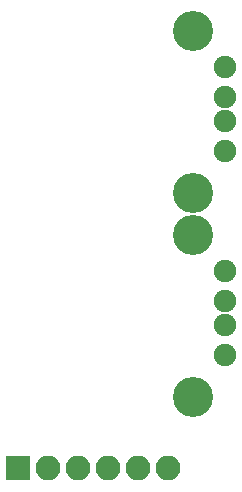
<source format=gbr>
G04 #@! TF.GenerationSoftware,KiCad,Pcbnew,(5.0.0)*
G04 #@! TF.CreationDate,2018-12-18T18:11:05+01:00*
G04 #@! TF.ProjectId,main,6D61696E2E6B696361645F7063620000,rev?*
G04 #@! TF.SameCoordinates,Original*
G04 #@! TF.FileFunction,Soldermask,Bot*
G04 #@! TF.FilePolarity,Negative*
%FSLAX46Y46*%
G04 Gerber Fmt 4.6, Leading zero omitted, Abs format (unit mm)*
G04 Created by KiCad (PCBNEW (5.0.0)) date 12/18/18 18:11:05*
%MOMM*%
%LPD*%
G01*
G04 APERTURE LIST*
%ADD10O,2.100000X2.100000*%
%ADD11R,2.100000X2.100000*%
%ADD12C,1.900000*%
%ADD13C,3.400000*%
G04 APERTURE END LIST*
D10*
G04 #@! TO.C,J3*
X242595400Y-164477700D03*
X240055400Y-164477700D03*
X237515400Y-164477700D03*
X234975400Y-164477700D03*
X232435400Y-164477700D03*
D11*
X229895400Y-164477700D03*
G04 #@! TD*
D12*
G04 #@! TO.C,J1*
X247396000Y-130558000D03*
X247396000Y-133098000D03*
X247396000Y-135128000D03*
X247396000Y-137668000D03*
D13*
X244726000Y-127508000D03*
X244726000Y-141228000D03*
G04 #@! TD*
G04 #@! TO.C,J2*
X244726000Y-158500000D03*
X244726000Y-144780000D03*
D12*
X247396000Y-154940000D03*
X247396000Y-152400000D03*
X247396000Y-150370000D03*
X247396000Y-147830000D03*
G04 #@! TD*
M02*

</source>
